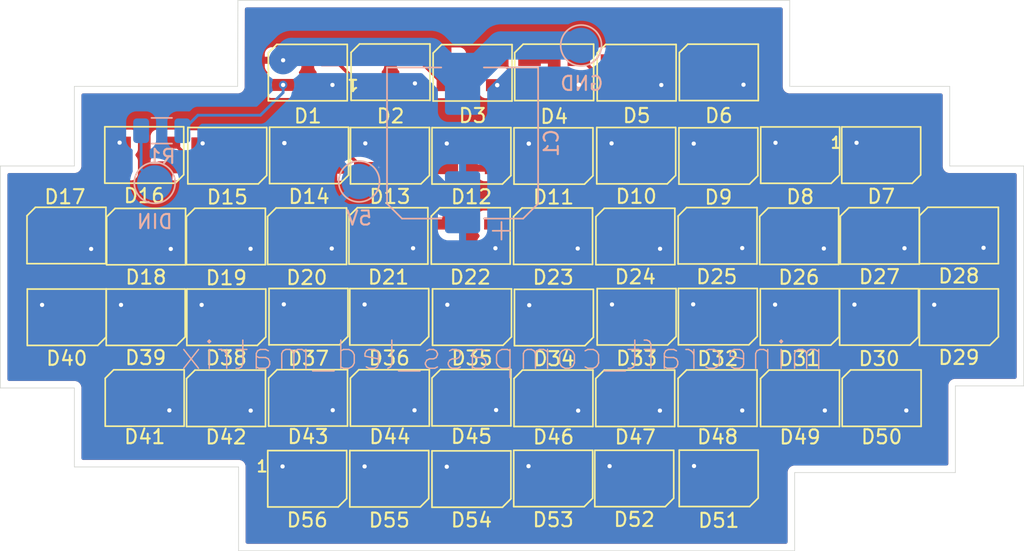
<source format=kicad_pcb>
(kicad_pcb (version 20241229) (generator "pcbnew") (generator_version "9.0")
  (layers (0 "F.Cu" signal) (2 "B.Cu" signal) (13 "F.Paste" user) (15 "B.Paste" user) (5 "F.SilkS" user "F.Silkscreen") (7 "B.SilkS" user "B.Silkscreen") (1 "F.Mask" user) (3 "B.Mask" user) (25 "Edge.Cuts" user))
  (net 0 "")
  (net 1 "+5V")
  (net 2 "Net-(D1-DIN)")
  (net 3 "GND")
  (net 4 "Net-(D7-DOUT)")
  (net 5 "Net-(D1-DOUT)")
  (net 6 "Net-(D2-DOUT)")
  (net 7 "Net-(D3-DOUT)")
  (net 8 "Net-(D5-DOUT)")
  (net 9 "Net-(D6-DOUT)")
  (net 10 "Net-(D4-DOUT)")
  (net 11 "Net-(D21-DOUT)")
  (net 12 "Net-(D16-DOUT)")
  (net 13 "Net-(D20-DOUT)")
  (net 14 "Net-(D15-DOUT)")
  (net 15 "Net-(D14-DOUT)")
  (net 16 "Net-(D17-DOUT)")
  (net 17 "Net-(D22-DOUT)")
  (net 18 "Net-(D23-DOUT)")
  (net 19 "Net-(D24-DOUT)")
  (net 20 "Net-(D25-DOUT)")
  (net 21 "Net-(D26-DOUT)")
  (net 22 "Net-(D11-DOUT)")
  (net 23 "Net-(D27-DOUT)")
  (net 24 "Net-(D28-DOUT)")
  (net 25 "Net-(D10-DOUT)")
  (net 26 "Net-(D8-DOUT)")
  (net 27 "Net-(D10-DIN)")
  (net 28 "Net-(D19-DOUT)")
  (net 29 "Net-(D13-DOUT)")
  (net 30 "Net-(D12-DOUT)")
  (net 31 "Net-(D18-DOUT)")
  (net 32 "Net-(D37-DOUT)")
  (net 33 "Net-(D41-DOUT)")
  (net 34 "Net-(D47-DOUT)")
  (net 35 "Net-(D38-DOUT)")
  (net 36 "Net-(D35-DOUT)")
  (net 37 "Net-(D39-DOUT)")
  (net 38 "Net-(D33-DOUT)")
  (net 39 "Net-(D34-DOUT)")
  (net 40 "Net-(D40-DOUT)")
  (net 41 "Net-(D45-DOUT)")
  (net 42 "Net-(D44-DOUT)")
  (net 43 "Net-(D43-DOUT)")
  (net 44 "Net-(D48-DOUT)")
  (net 45 "Net-(D36-DOUT)")
  (net 46 "Net-(D49-DOUT)")
  (net 47 "Net-(D32-DOUT)")
  (net 48 "Net-(D42-DOUT)")
  (net 49 "Net-(D30-DOUT)")
  (net 50 "Net-(D50-DOUT)")
  (net 51 "Net-(D31-DOUT)")
  (net 52 "Net-(D29-DOUT)")
  (net 53 "Net-(D46-DOUT)")
  (net 54 "Net-(D52-DOUT)")
  (net 55 "Net-(D53-DOUT)")
  (net 56 "Net-(D55-DOUT)")
  (net 57 "Net-(D51-DOUT)")
  (net 58 "Net-(D54-DOUT)")
  (net 60 "Net-(R1-Pad1)")
  (footprint "LED_SMD:LED_SK6812MINI_PLCC4_3.5x3.5mm_P1.75mm" (layer "F.Cu") (at 139.57 81.35)
    (property "Reference" "D34")
    (property "Value" "WS2812B-Mini" (hide yes))
  )
  (footprint "LED_SMD:LED_SK6812MINI_PLCC4_3.5x3.5mm_P1.75mm" (layer "F.Cu") (at 133.67 75.56 180)
    (property "Reference" "D22")
    (property "Value" "WS2812B-Mini" (hide yes))
  )
  (footprint "LED_SMD:LED_SK6812MINI_PLCC4_3.5x3.5mm_P1.75mm" (layer "F.Cu") (at 145.44 63.98 180)
    (property "Reference" "D5")
    (property "Value" "WS2812B-Mini" (hide yes))
  )
  (footprint "LED_SMD:LED_SK6812MINI_PLCC4_3.5x3.5mm_P1.75mm" (layer "F.Cu") (at 127.98 63.945 180)
    (property "Reference" "D2")
    (property "Value" "WS2812B-Mini" (hide yes))
  )
  (footprint "LED_SMD:LED_SK6812MINI_PLCC4_3.5x3.5mm_P1.75mm" (layer "F.Cu") (at 110.51 69.82)
    (property "Reference" "D16")
    (property "Value" "WS2812B-Mini" (hide yes))
  )
  (footprint "LED_SMD:LED_SK6812MINI_PLCC4_3.5x3.5mm_P1.75mm" (layer "F.Cu") (at 122.06 75.58 180)
    (property "Reference" "D20")
    (property "Value" "WS2812B-Mini" (hide yes))
  )
  (footprint "LED_SMD:LED_SK6812MINI_PLCC4_3.5x3.5mm_P1.75mm" (layer "F.Cu") (at 157.04 69.83)
    (property "Reference" "D8")
    (property "Value" "WS2812B-Mini" (hide yes))
  )
  (footprint "LED_SMD:LED_SK6812MINI_PLCC4_3.5x3.5mm_P1.75mm" (layer "F.Cu") (at 133.72 69.88)
    (property "Reference" "D12")
    (property "Value" "WS2812B-Mini" (hide yes))
  )
  (footprint "LED_SMD:LED_SK6812MINI_PLCC4_3.5x3.5mm_P1.75mm" (layer "F.Cu") (at 104.99 75.53 180)
    (property "Reference" "D17")
    (property "Value" "WS2812B-Mini" (hide yes))
  )
  (footprint "LED_SMD:LED_SK6812MINI_PLCC4_3.5x3.5mm_P1.75mm" (layer "F.Cu") (at 139.59 63.96 180)
    (property "Reference" "D4")
    (property "Value" "WS2812B-Mini" (hide yes))
  )
  (footprint "LED_SMD:LED_SK6812MINI_PLCC4_3.5x3.5mm_P1.75mm" (layer "F.Cu") (at 110.61 81.33)
    (property "Reference" "D39")
    (property "Value" "WS2812B-Mini" (hide yes))
  )
  (footprint "LED_SMD:LED_SK6812MINI_PLCC4_3.5x3.5mm_P1.75mm" (layer "F.Cu") (at 127.89 81.3)
    (property "Reference" "D36")
    (property "Value" "WS2812B-Mini" (hide yes))
  )
  (footprint "LED_SMD:LED_SK6812MINI_PLCC4_3.5x3.5mm_P1.75mm" (layer "F.Cu") (at 105.01 81.33)
    (property "Reference" "D40")
    (property "Value" "WS2812B-Mini" (hide yes))
  )
  (footprint "LED_SMD:LED_SK6812MINI_PLCC4_3.5x3.5mm_P1.75mm" (layer "F.Cu") (at 139.52 92.77)
    (property "Reference" "D53")
    (property "Value" "WS2812B-Mini" (hide yes))
  )
  (footprint "LED_SMD:LED_SK6812MINI_PLCC4_3.5x3.5mm_P1.75mm" (layer "F.Cu") (at 162.64 81.31)
    (property "Reference" "D30")
    (property "Value" "WS2812B-Mini" (hide yes))
  )
  (footprint "LED_SMD:LED_SK6812MINI_PLCC4_3.5x3.5mm_P1.75mm" (layer "F.Cu") (at 151.2 81.29)
    (property "Reference" "D32")
    (property "Value" "WS2812B-Mini" (hide yes))
  )
  (footprint "LED_SMD:LED_SK6812MINI_PLCC4_3.5x3.5mm_P1.75mm" (layer "F.Cu") (at 151.18 75.55 180)
    (property "Reference" "D25")
    (property "Value" "WS2812B-Mini" (hide yes))
  )
  (footprint "LED_SMD:LED_SK6812MINI_PLCC4_3.5x3.5mm_P1.75mm" (layer "F.Cu") (at 122.13 87.05 180)
    (property "Reference" "D43")
    (property "Value" "WS2812B-Mini" (hide yes))
  )
  (footprint "LED_SMD:LED_SK6812MINI_PLCC4_3.5x3.5mm_P1.75mm" (layer "F.Cu") (at 116.33 81.33)
    (property "Reference" "D38")
    (property "Value" "WS2812B-Mini" (hide yes))
  )
  (footprint "LED_SMD:LED_SK6812MINI_PLCC4_3.5x3.5mm_P1.75mm" (layer "F.Cu") (at 145.35 75.6 180)
    (property "Reference" "D24")
    (property "Value" "WS2812B-Mini" (hide yes))
  )
  (footprint "LED_SMD:LED_SK6812MINI_PLCC4_3.5x3.5mm_P1.75mm" (layer "F.Cu") (at 157.03 87.08 180)
    (property "Reference" "D49")
    (property "Value" "WS2812B-Mini" (hide yes))
  )
  (footprint "LED_SMD:LED_SK6812MINI_PLCC4_3.5x3.5mm_P1.75mm" (layer "F.Cu") (at 122.16 81.29)
    (property "Reference" "D37")
    (property "Value" "WS2812B-Mini" (hide yes))
  )
  (footprint "LED_SMD:LED_SK6812MINI_PLCC4_3.5x3.5mm_P1.75mm" (layer "F.Cu") (at 157.01 81.31)
    (property "Reference" "D31")
    (property "Value" "WS2812B-Mini" (hide yes))
  )
  (footprint "LED_SMD:LED_SK6812MINI_PLCC4_3.5x3.5mm_P1.75mm" (layer "F.Cu") (at 133.72 87.04 180)
    (property "Reference" "D45")
    (property "Value" "WS2812B-Mini" (hide yes))
  )
  (footprint "LED_SMD:LED_SK6812MINI_PLCC4_3.5x3.5mm_P1.75mm" (layer "F.Cu") (at 139.54 69.89)
    (property "Reference" "D11")
    (property "Value" "WS2812B-Mini" (hide yes))
  )
  (footprint "LED_SMD:LED_SK6812MINI_PLCC4_3.5x3.5mm_P1.75mm" (layer "F.Cu") (at 156.97 75.58 180)
    (property "Reference" "D26")
    (property "Value" "WS2812B-Mini" (hide yes))
  )
  (footprint "LED_SMD:LED_SK6812MINI_PLCC4_3.5x3.5mm_P1.75mm" (layer "F.Cu") (at 151.24 69.89)
    (property "Reference" "D9")
    (property "Value" "WS2812B-Mini" (hide yes))
  )
  (footprint "LED_SMD:LED_SK6812MINI_PLCC4_3.5x3.5mm_P1.75mm" (layer "F.Cu") (at 122.11 63.975 180)
    (property "Reference" "D1")
    (property "Value" "WS2812B-Mini" (hide yes))
  )
  (footprint "LED_SMD:LED_SK6812MINI_PLCC4_3.5x3.5mm_P1.75mm" (layer "F.Cu") (at 151.18 87.07 180)
    (property "Reference" "D48")
    (property "Value" "WS2812B-Mini" (hide yes))
  )
  (footprint "LED_SMD:LED_SK6812MINI_PLCC4_3.5x3.5mm_P1.75mm" (layer "F.Cu") (at 127.89 92.79)
    (property "Reference" "D55")
    (property "Value" "WS2812B-Mini" (hide yes))
  )
  (footprint "LED_SMD:LED_SK6812MINI_PLCC4_3.5x3.5mm_P1.75mm" (layer "F.Cu") (at 145.41 69.87)
    (property "Reference" "D10")
    (property "Value" "WS2812B-Mini" (hide yes))
  )
  (footprint "LED_SMD:LED_SK6812MINI_PLCC4_3.5x3.5mm_P1.75mm" (layer "F.Cu") (at 145.44 81.3)
    (property "Reference" "D33")
    (property "Value" "WS2812B-Mini" (hide yes))
  )
  (footprint "LED_SMD:LED_SK6812MINI_PLCC4_3.5x3.5mm_P1.75mm" (layer "F.Cu") (at 116.3 75.6 180)
    (property "Reference" "D19")
    (property "Value" "WS2812B-Mini" (hide yes))
  )
  (footprint "LED_SMD:LED_SK6812MINI_PLCC4_3.5x3.5mm_P1.75mm" (layer "F.Cu") (at 122.07 92.79)
    (property "Reference" "D56")
    (property "Value" "WS2812B-Mini" (hide yes))
  )
  (footprint "LED_SMD:LED_SK6812MINI_PLCC4_3.5x3.5mm_P1.75mm" (layer "F.Cu") (at 145.34 87.08 180)
    (property "Reference" "D47")
    (property "Value" "WS2812B-Mini" (hide yes))
  )
  (footprint "LED_SMD:LED_SK6812MINI_PLCC4_3.5x3.5mm_P1.75mm" (layer "F.Cu") (at 145.27 92.77)
    (property "Reference" "D52")
    (property "Value" "WS2812B-Mini" (hide yes))
  )
  (footprint "LED_SMD:LED_SK6812MINI_PLCC4_3.5x3.5mm_P1.75mm" (layer "F.Cu") (at 168.3 75.53 180)
    (property "Reference" "D28")
    (property "Value" "WS2812B-Mini" (hide yes))
  )
  (footprint "LED_SMD:LED_SK6812MINI_PLCC4_3.5x3.5mm_P1.75mm" (layer "F.Cu") (at 116.31 87.08 180)
    (property "Reference" "D42")
    (property "Value" "WS2812B-Mini" (hide yes))
  )
  (footprint "LED_SMD:LED_SK6812MINI_PLCC4_3.5x3.5mm_P1.75mm" (layer "F.Cu") (at 133.72 92.81)
    (property "Reference" "D54")
    (property "Value" "WS2812B-Mini" (hide yes))
  )
  (footprint "LED_SMD:LED_SK6812MINI_PLCC4_3.5x3.5mm_P1.75mm" (layer "F.Cu") (at 127.93 87.055 180)
    (property "Reference" "D44")
    (property "Value" "WS2812B-Mini" (hide yes))
  )
  (footprint "LED_SMD:LED_SK6812MINI_PLCC4_3.5x3.5mm_P1.75mm" (layer "F.Cu") (at 133.8 63.99 180)
    (property "Reference" "D3")
    (property "Value" "WS2812B-Mini" (hide yes))
  )
  (footprint "LED_SMD:LED_SK6812MINI_PLCC4_3.5x3.5mm_P1.75mm" (layer "F.Cu") (at 110.64 75.61 180)
    (property "Reference" "D18")
    (property "Value" "WS2812B-Mini" (hide yes))
  )
  (footprint "LED_SMD:LED_SK6812MINI_PLCC4_3.5x3.5mm_P1.75mm" (layer "F.Cu") (at 151.27 63.96 180)
    (property "Reference" "D6")
    (property "Value" "WS2812B-Mini" (hide yes))
  )
  (footprint "LED_SMD:LED_SK6812MINI_PLCC4_3.5x3.5mm_P1.75mm" (layer "F.Cu") (at 127.83 75.56 180)
    (property "Reference" "D21")
    (property "Value" "WS2812B-Mini" (hide yes))
  )
  (footprint "LED_SMD:LED_SK6812MINI_PLCC4_3.5x3.5mm_P1.75mm" (layer "F.Cu") (at 127.94 69.87)
    (property "Reference" "D13")
    (property "Value" "WS2812B-Mini" (hide yes))
  )
  (footprint "LED_SMD:LED_SK6812MINI_PLCC4_3.5x3.5mm_P1.75mm" (layer "F.Cu") (at 162.82 87.07 180)
    (property "Reference" "D50")
    (property "Value" "WS2812B-Mini" (hide yes))
  )
  (footprint "LED_SMD:LED_SK6812MINI_PLCC4_3.5x3.5mm_P1.75mm" (layer "F.Cu") (at 139.51 75.58 180)
    (property "Reference" "D23")
    (property "Value" "WS2812B-Mini" (hide yes))
  )
  (footprint "LED_SMD:LED_SK6812MINI_PLCC4_3.5x3.5mm_P1.75mm" (layer "F.Cu") (at 116.4 69.87)
    (property "Reference" "D15")
    (property "Value" "WS2812B-Mini" (hide yes))
  )
  (footprint "LED_SMD:LED_SK6812MINI_PLCC4_3.5x3.5mm_P1.75mm" (layer "F.Cu") (at 133.76 81.32)
    (property "Reference" "D35")
    (property "Value" "WS2812B-Mini" (hide yes))
  )
  (footprint "LED_SMD:LED_SK6812MINI_PLCC4_3.5x3.5mm_P1.75mm" (layer "F.Cu") (at 162.79 69.83)
    (property "Reference" "D7")
    (property "Value" "WS2812B-Mini" (hide yes))
  )
  (footprint "LED_SMD:LED_SK6812MINI_PLCC4_3.5x3.5mm_P1.75mm" (layer "F.Cu") (at 162.69 75.56 180)
    (property "Reference" "D27")
    (property "Value" "WS2812B-Mini" (hide yes))
  )
  (footprint "LED_SMD:LED_SK6812MINI_PLCC4_3.5x3.5mm_P1.75mm" (layer "F.Cu") (at 122.2 69.85)
    (property "Reference" "D14")
    (property "Value" "WS2812B-Mini" (hide yes))
  )
  (footprint "LED_SMD:LED_SK6812MINI_PLCC4_3.5x3.5mm_P1.75mm" (layer "F.Cu") (at 168.3 81.32)
    (property "Reference" "D29")
    (property "Value" "WS2812B-Mini" (hide yes))
  )
  (footprint "LED_SMD:LED_SK6812MINI_PLCC4_3.5x3.5mm_P1.75mm" (layer "F.Cu") (at 110.54 87.06 180)
    (property "Reference" "D41")
    (property "Value" "WS2812B-Mini" (hide yes))
  )
  (footprint "LED_SMD:LED_SK6812MINI_PLCC4_3.5x3.5mm_P1.75mm" (layer "F.Cu") (at 151.26 92.76)
    (property "Reference" "D51")
    (property "Value" "WS2812B-Mini" (hide yes))
  )
  (footprint "LED_SMD:LED_SK6812MINI_PLCC4_3.5x3.5mm_P1.75mm" (layer "F.Cu") (at 139.54 87.08 180)
    (property "Reference" "D46")
    (property "Value" "WS2812B-Mini" (hide yes))
  )
  (footprint "TestPoint:TestPoint_Pad_D2.5mm" (layer "B.Cu") (at 141.5 62.05 -90)
    (property "Reference" "TP2" (hide yes))
    (property "Value" "GND")
  )
  (footprint "TestPoint:TestPoint_Pad_D2.5mm" (layer "B.Cu") (at 111.25 71.8 -90)
    (property "Reference" "TP3" (hide yes))
    (property "Value" "DIN")
  )
  (footprint "TestPoint:TestPoint_Pad_D2.5mm" (layer "B.Cu") (at 125.75 71.7 -90)
    (property "Reference" "TP1" (hide yes))
    (property "Value" "5V")
  )
  (footprint "Capacitor_SMD:CP_Elec_10x10.5" (layer "B.Cu") (at 133.09 68.9725 90)
    (property "Reference" "C1")
    (property "Value" "1000uF")
  )
  (footprint "Resistor_SMD:R_1206_3216Metric" (layer "B.Cu") (at 111.75 68.1)
    (property "Reference" "R1")
    (property "Value" "420R")
  )
  (gr_line (start 100.3 70.6) (end 105.55 70.6) (stroke (width 0.05)) (layer "Edge.Cuts"))
  (gr_line (start 167.65 70.6) (end 172.9 70.6) (stroke (width 0.05)) (layer "Edge.Cuts"))
  (gr_line (start 105.55 86.35) (end 100.3 86.35) (stroke (width 0.05)) (layer "Edge.Cuts"))
  (gr_line (start 156.3 58.85) (end 156.3 64.95) (stroke (width 0.05)) (layer "Edge.Cuts"))
  (gr_line (start 117.2 97.9) (end 117.2 91.95) (stroke (width 0.05)) (layer "Edge.Cuts"))
  (gr_line (start 100.3 86.35) (end 100.3 70.6) (stroke (width 0.05)) (layer "Edge.Cuts"))
  (gr_line (start 105.55 70.6) (end 105.55 64.95) (stroke (width 0.05)) (layer "Edge.Cuts"))
  (gr_line (start 168.05 92.35) (end 156.65 92.35) (stroke (width 0.05)) (layer "Edge.Cuts"))
  (gr_line (start 167.65 64.95) (end 167.65 70.6) (stroke (width 0.05)) (layer "Edge.Cuts"))
  (gr_line (start 105.55 64.95) (end 117.134478 64.95) (stroke (width 0.05)) (layer "Edge.Cuts"))
  (gr_line (start 105.55 91.95) (end 105.55 86.35) (stroke (width 0.05)) (layer "Edge.Cuts"))
  (gr_line (start 156.65 97.9) (end 117.2 97.9) (stroke (width 0.05)) (layer "Edge.Cuts"))
  (gr_line (start 168.05 86.2) (end 168.05 92.35) (stroke (width 0.05)) (layer "Edge.Cuts"))
  (gr_line (start 118.5 58.85) (end 156.3 58.85) (stroke (width 0.05)) (layer "Edge.Cuts"))
  (gr_line (start 156.3 64.95) (end 167.65 64.95) (stroke (width 0.05)) (layer "Edge.Cuts"))
  (gr_line (start 117.134478 64.95) (end 117.15 58.85) (stroke (width 0.05)) (layer "Edge.Cuts"))
  (gr_line (start 117.15 58.85) (end 118.5 58.85) (stroke (width 0.05)) (layer "Edge.Cuts"))
  (gr_line (start 117.2 91.95) (end 105.55 91.95) (stroke (width 0.05)) (layer "Edge.Cuts"))
  (gr_line (start 156.65 92.35) (end 156.65 97.9) (stroke (width 0.05)) (layer "Edge.Cuts"))
  (gr_line (start 172.9 70.6) (end 172.9 86.2) (stroke (width 0.05)) (layer "Edge.Cuts"))
  (gr_line (start 172.9 86.2) (end 168.05 86.2) (stroke (width 0.05)) (layer "Edge.Cuts"))
  (gr_text "minecraft_compass_led_matrix" (at 158.9 85.2 0) (layer "B.SilkS") (effects (font (size 2 2) (thickness 0.1)) (justify left bottom mirror)))
  (segment (start 126.185 68.995) (end 126.19 68.995) (width 0.25) (layer "F.Cu") (net 1))
  (segment (start 129.73 64.76) (end 129.71 64.74) (width 0.25) (layer "F.Cu") (net 1))
  (segment (start 126.17 69.02) (end 126.17 69.01) (width 0.25) (layer "F.Cu") (net 1))
  (segment (start 129.73 64.82) (end 129.73 64.76) (width 0.25) (layer "F.Cu") (net 1))
  (segment (start 126.17 69.01) (end 126.185 68.995) (width 0.25) (layer "F.Cu") (net 1))
  (via (at 161.04 68.955) (size 0.6) (drill 0.3) (layers "F.Cu" "B.Cu") (net 1))
  (via (at 114.58 80.455) (size 0.6) (drill 0.3) (layers "F.Cu" "B.Cu") (net 1))
  (via (at 155.29 68.955) (size 0.6) (drill 0.3) (layers "F.Cu" "B.Cu") (net 1))
  (via (at 108.86 80.455) (size 0.6) (drill 0.3) (layers "F.Cu" "B.Cu") (net 1))
  (via (at 149.51 91.885) (size 0.6) (drill 0.3) (layers "F.Cu" "B.Cu") (net 1))
  (via (at 131.97 69.005) (size 0.6) (drill 0.3) (layers "F.Cu" "B.Cu") (net 1))
  (via (at 164.57 87.945) (size 0.6) (drill 0.3) (layers "F.Cu" "B.Cu") (net 1))
  (via (at 112.39 76.485) (size 0.6) (drill 0.3) (layers "F.Cu" "B.Cu") (net 1))
  (via (at 120.32 91.915) (size 0.6) (drill 0.3) (layers "F.Cu" "B.Cu") (net 1))
  (via (at 118.06 87.955) (size 0.6) (drill 0.3) (layers "F.Cu" "B.Cu") (net 1))
  (via (at 166.55 80.445) (size 0.6) (drill 0.3) (layers "F.Cu" "B.Cu") (net 1))
  (via (at 126.19 68.995) (size 0.6) (drill 0.3) (layers "F.Cu" "B.Cu") (net 1))
  (via (at 153.02 64.835) (size 0.6) (drill 0.3) (layers "F.Cu" "B.Cu") (net 1))
  (via (at 123.86 64.85) (size 0.6) (drill 0.3) (layers "F.Cu" "B.Cu") (net 1))
  (via (at 137.82 80.475) (size 0.6) (drill 0.3) (layers "F.Cu" "B.Cu") (net 1))
  (via (at 108.76 68.945) (size 0.6) (drill 0.3) (layers "F.Cu" "B.Cu") (net 1))
  (via (at 114.65 68.995) (size 0.6) (drill 0.3) (layers "F.Cu" "B.Cu") (net 1))
  (via (at 143.52 91.895) (size 0.6) (drill 0.3) (layers "F.Cu" "B.Cu") (net 1))
  (via (at 135.42 76.435) (size 0.6) (drill 0.3) (layers "F.Cu" "B.Cu") (net 1))
  (via (at 129.68 87.93) (size 0.6) (drill 0.3) (layers "F.Cu" "B.Cu") (net 1))
  (via (at 155.26 80.435) (size 0.6) (drill 0.3) (layers "F.Cu" "B.Cu") (net 1))
  (via (at 129.71 64.74) (size 0.6) (drill 0.3) (layers "F.Cu" "B.Cu") (net 1))
  (via (at 149.45 80.415) (size 0.6) (drill 0.3) (layers "F.Cu" "B.Cu") (net 1))
  (via (at 126.14 80.425) (size 0.6) (drill 0.3) (layers "F.Cu" "B.Cu") (net 1))
  (via (at 170.05 76.405) (size 0.6) (drill 0.3) (layers "F.Cu" "B.Cu") (net 1))
  (via (at 135.55 64.865) (size 0.6) (drill 0.3) (layers "F.Cu" "B.Cu") (net 1))
  (via (at 120.45 68.975) (size 0.6) (drill 0.3) (layers "F.Cu" "B.Cu") (net 1))
  (via (at 143.66 68.995) (size 0.6) (drill 0.3) (layers "F.Cu" "B.Cu") (net 1))
  (via (at 123.88 87.925) (size 0.6) (drill 0.3) (layers "F.Cu" "B.Cu") (net 1))
  (via (at 123.81 76.455) (size 0.6) (drill 0.3) (layers "F.Cu" "B.Cu") (net 1))
  (via (at 158.79 87.945) (size 0.6) (drill 0.3) (layers "F.Cu" "B.Cu") (net 1))
  (via (at 137.77 91.895) (size 0.6) (drill 0.3) (layers "F.Cu" "B.Cu") (net 1))
  (via (at 158.72 76.455) (size 0.6) (drill 0.3) (layers "F.Cu" "B.Cu") (net 1))
  (via (at 147.09 87.955) (size 0.6) (drill 0.3) (layers "F.Cu" "B.Cu") (net 1))
  (via (at 135.47 87.915) (size 0.6) (drill 0.3) (layers "F.Cu" "B.Cu") (net 1))
  (via (at 129.58 76.435) (size 0.6) (drill 0.3) (layers "F.Cu" "B.Cu") (net 1))
  (via (at 120.41 80.415) (size 0.6) (drill 0.3) (layers "F.Cu" "B.Cu") (net 1))
  (via (at 132.01 80.445) (size 0.6) (drill 0.3) (layers "F.Cu" "B.Cu") (net 1))
  (via (at 147.1 76.475) (size 0.6) (drill 0.3) (layers "F.Cu" "B.Cu") (net 1))
  (via (at 141.34 64.835) (size 0.6) (drill 0.3) (layers "F.Cu" "B.Cu") (net 1))
  (via (at 137.79 69.015) (size 0.6) (drill 0.3) (layers "F.Cu" "B.Cu") (net 1))
  (via (at 131.97 91.935) (size 0.6) (drill 0.3) (layers "F.Cu" "B.Cu") (net 1))
  (via (at 106.74 76.485) (size 0.6) (drill 0.3) (layers "F.Cu" "B.Cu") (net 1))
  (via (at 137.79 69.015) (size 0.6) (drill 0.3) (layers "F.Cu" "B.Cu") (net 1))
  (via (at 135.55 64.865) (size 0.6) (drill 0.3) (layers "F.Cu" "B.Cu") (net 1))
  (via (at 126.14 91.915) (size 0.6) (drill 0.3) (layers "F.Cu" "B.Cu") (net 1))
  (via (at 120.45 68.975) (size 0.6) (drill 0.3) (layers "F.Cu" "B.Cu") (net 1))
  (via (at 152.93 76.425) (size 0.6) (drill 0.3) (layers "F.Cu" "B.Cu") (net 1))
  (via (at 141.26 76.455) (size 0.6) (drill 0.3) (layers "F.Cu" "B.Cu") (net 1))
  (via (at 118.05 76.475) (size 0.6) (drill 0.3) (layers "F.Cu" "B.Cu") (net 1))
  (via (at 112.29 87.935) (size 0.6) (drill 0.3) (layers "F.Cu" "B.Cu") (net 1))
  (via (at 149.49 69.015) (size 0.6) (drill 0.3) (layers "F.Cu" "B.Cu") (net 1))
  (via (at 152.93 87.945) (size 0.6) (drill 0.3) (layers "F.Cu" "B.Cu") (net 1))
  (via (at 103.26 80.455) (size 0.6) (drill 0.3) (layers "F.Cu" "B.Cu") (net 1))
  (via (at 164.44 76.435) (size 0.6) (drill 0.3) (layers "F.Cu" "B.Cu") (net 1))
  (via (at 143.69 80.425) (size 0.6) (drill 0.3) (layers "F.Cu" "B.Cu") (net 1))
  (via (at 147.19 64.855) (size 0.6) (drill 0.3) (layers "F.Cu" "B.Cu") (net 1))
  (via (at 160.89 80.435) (size 0.6) (drill 0.3) (layers "F.Cu" "B.Cu") (net 1))
  (via (at 141.29 87.955) (size 0.6) (drill 0.3) (layers "F.Cu" "B.Cu") (net 1))
  (segment (start 132 68.98) (end 131.975 69.005) (width 0.25) (layer "B.Cu") (net 1))
  (segment (start 126.19 67.4535) (end 126.19 68.995) (width 0.25) (layer "B.Cu") (net 1))
  (segment (start 143.67 79.58) (end 149.38 79.58) (width 0.25) (layer "B.Cu") (net 1))
  (segment (start 108.91 79.58) (end 114.67 79.58) (width 0.25) (layer "B.Cu") (net 1))
  (segment (start 153.02 64.835) (end 153.02 66.685) (width 0.25) (layer "B.Cu") (net 1))
  (segment (start 114.67 79.58) (end 114.67 80.365) (width 0.25) (layer "B.Cu") (net 1))
  (segment (start 164.57 82.425) (end 164.57 87.945) (width 0.25) (layer "B.Cu") (net 1))
  (segment (start 158.79 87.945) (end 153.45 87.945) (width 0.25) (layer "B.Cu") (net 1))
  (segment (start 132.04 79.58) (end 132.04 80.415) (width 0.25) (layer "B.Cu") (net 1))
  (segment (start 114.7 73.42) (end 112.39 75.73) (width 0.25) (layer "B.Cu") (net 1))
  (segment (start 147.04675 64.71175) (end 147.19 64.855) (width 0.2) (layer "B.Cu") (net 1))
  (segment (start 123.86 65.565) (end 120.45 68.975) (width 0.25) (layer "B.Cu") (net 1))
  (segment (start 108.76 74.465) (end 106.74 76.485) (width 0.2) (layer "B.Cu") (net 1))
  (segment (start 118.12 73.42) (end 118.12 76.405) (width 0.25) (layer "B.Cu") (net 1))
  (segment (start 147.09 87.955) (end 152.92 87.955) (width 0.25) (layer "B.Cu") (net 1))
  (segment (start 126.16 91.935) (end 126.14 91.915) (width 0.25) (layer "B.Cu") (net 1))
  (segment (start 158.74 73.42) (end 158.74 76.435) (width 0.25) (layer "B.Cu") (net 1))
  (segment (start 164.43 73.42) (end 169.72 73.42) (width 0.25) (layer "B.Cu") (net 1))
  (segment (start 143.67 80.405) (end 143.69 80.425) (width 0.25) (layer "B.Cu") (net 1))
  (segment (start 152.92 73.42) (end 152.92 76.415) (width 0.25) (layer "B.Cu") (net 1))
  (segment (start 123.86 65.1235) (end 126.19 67.4535) (width 0.25) (layer "B.Cu") (net 1))
  (segment (start 108.76 68.945) (end 108.76 74.465) (width 0.2) (layer "B.Cu") (net 1))
  (segment (start 137.86 80.435) (end 137.82 80.475) (width 0.25) (layer "B.Cu") (net 1))
  (segment (start 120.32 91.915) (end 120.32 90.215) (width 0.25) (layer "B.Cu") (net 1))
  (segment (start 112.31 87.955) (end 112.29 87.935) (width 0.25) (layer "B.Cu") (net 1))
  (segment (start 114.67 79.58) (end 120.4 79.58) (width 0.25) (layer "B.Cu") (net 1))
  (segment (start 166.55 80.445) (end 164.57 82.425) (width 0.25) (layer "B.Cu") (net 1))
  (segment (start 112.39 75.73) (end 112.39 76.485) (width 0.25) (layer "B.Cu") (net 1))
  (segment (start 120.45 68.975) (end 114.67 68.975) (width 0.25) (layer "B.Cu") (net 1))
  (segment (start 152.92 76.415) (end 152.93 76.425) (width 0.25) (layer "B.Cu") (net 1))
  (segment (start 120.4 79.58) (end 120.4 80.405) (width 0.25) (layer "B.Cu") (net 1))
  (segment (start 123.85 87.955) (end 123.88 87.925) (width 0.25) (layer "B.Cu") (net 1))
  (segment (start 135.45 76.405) (end 135.42 76.435) (width 0.25) (layer "B.Cu") (net 1))
  (segment (start 169.72 73.42) (end 170.05 73.75) (width 0.25) (layer "B.Cu") (net 1))
  (segment (start 103.3 80.415) (end 103.26 80.455) (width 0.25) (layer "B.Cu") (net 1))
  (segment (start 129.71 65.64) (end 132 67.93) (width 0.25) (layer "B.Cu") (net 1))
  (segment (start 149.49 68.365) (end 153.02 64.835) (width 0.25) (layer "B.Cu") (net 1))
  (segment (start 106.74 76.485) (end 112.39 76.485) (width 0.25) (layer "B.Cu") (net 1))
  (segment (start 152.93 87.945) (end 153.45 87.945) (width 0.25) (layer "B.Cu") (net 1))
  (segment (start 155.16 79.58) (end 155.16 80.335) (width 0.25) (layer "B.Cu") (net 1))
  (segment (start 158.74 76.435) (end 158.72 76.455) (width 0.25) (layer "B.Cu") (net 1))
  (segment (start 141.29 87.955) (end 147.09 87.955) (width 0.25) (layer "B.Cu") (net 1))
  (segment (start 135.55 64.865) (end 135.55 66.775) (width 0.25) (layer "B.Cu") (net 1))
  (segment (start 143.66 68.995) (end 143.66 68.385) (width 0.25) (layer "B.Cu") (net 1))
  (segment (start 132.04 79.58) (end 137.86 79.58) (width 0.25) (layer "B.Cu") (net 1))
  (segment (start 137.79 68.385) (end 141.34 64.835) (width 0.25) (layer "B.Cu") (net 1))
  (segment (start 129.675 87.925) (end 129.68 87.93) (width 0.25) (layer "B.Cu") (net 1))
  (segment (start 133.09 73.1725) (end 131.909 73.1725) (width 2) (layer "B.Cu") (net 1))
  (segment (start 103.3 79.58) (end 108.91 79.58) (width 0.25) (layer "B.Cu") (net 1))
  (segment (start 149.51 91.885) (end 143.53 91.885) (width 0.25) (layer "B.Cu") (net 1))
  (segment (start 143.52 91.895) (end 137.77 91.895) (width 0.25) (layer "B.Cu") (net 1))
  (segment (start 118.06 87.955) (end 123.85 87.955) (width 0.25) (layer "B.Cu") (net 1))
  (segment (start 129.71 64.74) (end 129.71 65.64) (width 0.25) (layer "B.Cu") (net 1))
  (segment (start 164.43 73.42) (end 164.43 76.425) (width 0.25) (layer "B.Cu") (net 1))
  (segment (start 126.06 79.58) (end 132.04 79.58) (width 0.25) (layer "B.Cu") (net 1))
  (segment (start 131.97 91.935) (end 126.16 91.935) (width 0.25) (layer "B.Cu") (net 1))
  (segment (start 137.86 79.58) (end 137.86 80.435) (width 0.25) (layer "B.Cu") (net 1))
  (segment (start 143.67 79.58) (end 143.67 80.405) (width 0.25) (layer "B.Cu") (net 1))
  (segment (start 114.67 80.365) (end 114.58 80.455) (width 0.25) (layer "B.Cu") (net 1))
  (segment (start 123.86 64.85) (end 123.86 65.1235) (width 1.5) (layer "B.Cu") (net 1))
  (segment (start 160.85 79.58) (end 165.685 79.58) (width 0.25) (layer "B.Cu") (net 1))
  (segment (start 135.45 73.42) (end 135.45 76.405) (width 0.25) (layer "B.Cu") (net 1))
  (segment (start 141.25 87.915) (end 141.29 87.955) (width 0.25) (layer "B.Cu") (net 1))
  (segment (start 123.83 73.42) (end 123.83 76.435) (width 0.25) (layer "B.Cu") (net 1))
  (segment (start 126.14 91.915) (end 120.32 91.915) (width 0.25) (layer "B.Cu") (net 1))
  (segment (start 141.34 64.835) (end 141.34 66.675) (width 0.25) (layer "B.Cu") (net 1))
  (segment (start 160.85 80.395) (end 160.89 80.435) (width 0.25) (layer "B.Cu") (net 1))
  (segment (start 164.57 87.945) (end 158.79 87.945) (width 0.25) (layer "B.Cu") (net 1))
  (segment (start 147.09 73.42) (end 152.92 73.42) (width 0.25) (layer "B.Cu") (net 1))
  (segment (start 137.86 79.58) (end 143.67 79.58) (width 0.25) (layer "B.Cu") (net 1))
  (segment (start 120.4 79.58) (end 126.06 79.58) (width 0.25) (layer "B.Cu") (net 1))
  (segment (start 114.7 73.42) (end 118.12 73.42) (width 0.25) (layer "B.Cu") (net 1))
  (segment (start 147.19 64.855) (end 147.19 66.715) (width 0.25) (layer "B.Cu") (net 1))
  (segment (start 137.79 69.015) (end 137.79 68.385) (width 0.25) (layer "B.Cu") (net 1))
  (segment (start 152.92 87.955) (end 152.93 87.945) (width 0.25) (layer "B.Cu") (net 1))
  (segment (start 165.685 79.58) (end 166.55 80.445) (width 0.25) (layer "B.Cu") (net 1))
  (segment (start 135.45 73.42) (end 141.28 73.42) (width 0.25) (layer "B.Cu") (net 1))
  (segment (start 131.909 73.1725) (end 123.86 65.1235) (width 2) (layer "B.Cu") (net 1))
  (segment (start 153.02 66.685) (end 155.29 68.955) (width 0.25) (layer "B.Cu") (net 1))
  (segment (start 106.805 76.55) (end 106.74 76.485) (width 0.25) (layer "B.Cu") (net 1))
  (segment (start 123.83 73.42) (end 129.63 73.42) (width 0.25) (layer "B.Cu") (net 1))
  (segment (start 149.38 79.58) (end 155.16 79.58) (width 0.25) (layer "B.Cu") (net 1))
  (segment (start 120.32 90.215) (end 118.06 87.955) (width 0.25) (layer "B.Cu") (net 1))
  (segment (start 132 67.93) (end 132 68.98) (width 0.25) (layer "B.Cu") (net 1))
  (segment (start 108.91 80.405) (end 108.86 80.455) (width 0.25) (layer "B.Cu") (net 1))
  (segment (start 120.4 80.405) (end 120.41 80.415) (width 0.25) (layer "B.Cu") (net 1))
  (segment (start 131.909 73.1725) (end 130.4365 71.7) (width 2) (layer "B.Cu") (net 1))
  (segment (start 103.645 79.58) (end 103.3 79.58) (width 0.25) (layer "B.Cu") (net 1))
  (segment (start 149.49 69.015) (end 149.49 68.365) (width 0.25) (layer "B.Cu") (net 1))
  (segment (start 131.97 69.005) (end 133.615 69.005) (width 0.25) (layer "B.Cu") (net 1))
  (segment (start 141.28 76.435) (end 141.26 76.455) (width 0.25) (layer "B.Cu") (net 1))
  (segment (start 133.615 69.005) (end 135.55 67.07) (width 0.25) (layer "B.Cu") (net 1))
  (segment (start 126.06 80.345) (end 126.14 80.425) (width 0.25) (layer "B.Cu") (net 1))
  (segment (start 135.55 67.07) (end 135.55 64.865) (width 0.25) (layer "B.Cu") (net 1))
  (segment (start 135.455 87.93) (end 135.47 87.915) (width 0.25) (layer "B.Cu") (net 1))
  (segment (start 123.88 87.925) (end 129.675 87.925) (width 0.25) (layer "B.Cu") (net 1))
  (segment (start 132.04 80.415) (end 132.01 80.445) (width 0.25) (layer "B.Cu") (net 1))
  (segment (start 141.34 66.675) (end 143.66 68.995) (width 0.25) (layer "B.Cu") (net 1))
  (segment (start 129.63 73.42) (end 129.63 76.385) (width 0.25) (layer "B.Cu") (net 1))
  (segment (start 143.53 91.885) (end 143.52 91.895) (width 0.25) (layer "B.Cu") (net 1))
  (segment (start 149.38 80.345) (end 149.45 80.415) (width 0.25) (layer "B.Cu") (net 1))
  (segment (start 149.38 79.58) (end 149.38 80.345) (width 0.25) (layer "B.Cu") (net 1))
  (segment (start 129.68 87.93) (end 135.455 87.93) (width 0.25) (layer "B.Cu") (net 1))
  (segment (start 160.85 79.58) (end 160.85 80.395) (width 0.25) (layer "B.Cu") (net 1))
  (segment (start 130.4365 71.7) (end 125.75 71.7) (width 2) (layer "B.Cu") (net 1))
  (segment (start 155.29 68.955) (end 161.04 68.955) (width 0.25) (layer "B.Cu") (net 1))
  (segment (start 103.3 79.58) (end 103.3 80.415) (width 0.25) (layer "B.Cu") (net 1))
  (segment (start 114.65 73.37) (end 114.7 73.42) (width 0.25) (layer "B.Cu") (net 1))
  (segment (start 114.65 68.995) (end 114.65 73.37) (width 0.25) (layer "B.Cu") (net 1))
  (segment (start 141.28 73.42) (end 141.28 76.435) (width 0.25) (layer "B.Cu") (net 1))
  (segment (start 106.74 76.485) (end 103.645 79.58) (width 0.25) (layer "B.Cu") (net 1))
  (segment (start 147.19 66.715) (end 149.49 69.015) (width 0.25) (layer "B.Cu") (net 1))
  (segment (start 152.92 73.42) (end 158.74 73.42) (width 0.25) (layer "B.Cu") (net 1))
  (segment (start 135.47 87.915) (end 141.25 87.915) (width 0.25) (layer "B.Cu") (net 1))
  (segment (start 147.04675 62.3) (end 147.04675 64.71175) (width 0.2) (layer "B.Cu") (net 1))
  (segment (start 108.91 79.58) (end 108.91 80.405) (width 0.25) (layer "B.Cu") (net 1))
  (segment (start 118.06 87.955) (end 112.31 87.955) (width 0.25) (layer "B.Cu") (net 1))
  (segment (start 129.63 76.385) (end 129.58 76.435) (width 0.25) (layer "B.Cu") (net 1))
  (segment (start 123.83 76.435) (end 123.81 76.455) (width 0.25) (layer "B.Cu") (net 1))
  (segment (start 153.45 87.945) (end 149.51 91.885) (width 0.25) (layer "B.Cu") (net 1))
  (segment (start 158.74 73.42) (end 164.43 73.42) (width 0.25) (layer "B.Cu") (net 1))
  (segment (start 135.55 66.775) (end 137.79 69.015) (width 0.25) (layer "B.Cu") (net 1))
  (segment (start 155.16 79.58) (end 160.85 79.58) (width 0.25) (layer "B.Cu") (net 1))
  (segment (start 129.63 73.42) (end 135.45 73.42) (width 0.25) (layer "B.Cu") (net 1))
  (segment (start 126.06 79.58) (end 126.06 80.345) (width 0.25) (layer "B.Cu") (net 1))
  (segment (start 143.66 68.385) (end 147.19 64.855) (width 0.25) (layer "B.Cu") (net 1))
  (segment (start 170.05 73.75) (end 170.05 76.405) (width 0.25) (layer "B.Cu") (net 1))
  (segment (start 147.09 73.42) (end 147.1 73.43) (width 0.25) (layer "B.Cu") (net 1))
  (segment (start 141.28 73.42) (end 147.09 73.42) (width 0.25) (layer "B.Cu") (net 1))
  (segment (start 118.12 73.42) (end 123.83 73.42) (width 0.25) (layer "B.Cu") (net 1))
  (segment (start 132.01 91.895) (end 131.97 91.935) (width 0.25) (layer "B.Cu") (net 1))
  (segment (start 114.67 68.975) (end 114.65 68.995) (width 0.25) (layer "B.Cu") (net 1))
  (segment (start 155.16 80.335) (end 155.26 80.435) (width 0.25) (layer "B.Cu") (net 1))
  (segment (start 118.12 76.405) (end 118.05 76.475) (width 0.25) (layer "B.Cu") (net 1))
  (segment (start 137.77 91.895) (end 132.01 91.895) (width 0.25) (layer "B.Cu") (net 1))
  (segment (start 131.975 69.005) (end 131.97 69.005) (width 0.25) (layer "B.Cu") (net 1))
  (segment (start 147.1 73.43) (end 147.1 76.475) (width 0.25) (layer "B.Cu") (net 1))
  (segment (start 164.43 76.425) (end 164.44 76.435) (width 0.25) (layer "B.Cu") (net 1))
  (via (at 120.36 64.85) (size 0.6) (drill 0.3) (layers "F.Cu" "B.Cu") (net 2))
  (segment (start 113.2125 68.1) (end 114.3125 67) (width 0.2) (layer "B.Cu") (net 2))
  (segment (start 114.3125 67) (end 118.75 67) (width 0.2) (layer "B.Cu") (net 2))
  (segment (start 120.36 65.39) (end 120.36 64.85) (width 0.2) (layer "B.Cu") (net 2))
  (segment (start 118.75 67) (end 120.36 65.39) (width 0.2) (layer "B.Cu") (net 2))
  (via (at 120.36 63.1) (size 0.6) (drill 0.3) (layers "F.Cu" "B.Cu") (net 3))
  (segment (start 133.09 64.7725) (end 130.8275 62.51) (width 2) (layer "B.Cu") (net 3))
  (segment (start 120.95 62.51) (end 120.36 63.1) (width 2) (layer "B.Cu") (net 3))
  (segment (start 133.09 64.7725) (end 135.8125 62.05) (width 2) (layer "B.Cu") (net 3))
  (segment (start 130.8275 62.51) (end 120.95 62.51) (width 2) (layer "B.Cu") (net 3))
  (segment (start 135.8125 62.05) (end 141.5 62.05) (width 2) (layer "B.Cu") (net 3))
  (segment (start 160.755 70.705) (end 161.04 70.705) (width 0.25) (layer "F.Cu") (net 4))
  (segment (start 158.79 68.955) (end 159.005 68.955) (width 0.25) (layer "F.Cu") (net 4))
  (segment (start 159.005 68.955) (end 160.755 70.705) (width 0.25) (layer "F.Cu") (net 4))
  (segment (start 125.77 64.82) (end 126.23 64.82) (width 0.25) (layer "F.Cu") (net 5))
  (segment (start 124.05 63.1) (end 125.77 64.82) (width 0.25) (layer "F.Cu") (net 5))
  (segment (start 123.86 63.1) (end 124.05 63.1) (width 0.25) (layer "F.Cu") (net 5))
  (segment (start 129.99 63.07) (end 131.785 64.865) (width 0.25) (layer "F.Cu") (net 6))
  (segment (start 129.73 63.07) (end 129.99 63.07) (width 0.25) (layer "F.Cu") (net 6))
  (segment (start 131.785 64.865) (end 132.05 64.865) (width 0.25) (layer "F.Cu") (net 6))
  (segment (start 135.795 63.115) (end 137.515 64.835) (width 0.25) (layer "F.Cu") (net 7))
  (segment (start 135.55 63.115) (end 135.795 63.115) (width 0.25) (layer "F.Cu") (net 7))
  (segment (start 137.515 64.835) (end 137.84 64.835) (width 0.25) (layer "F.Cu") (net 7))
  (segment (start 147.19 63.105) (end 147.505 63.105) (width 0.25) (layer "F.Cu") (net 8))
  (segment (start 149.235 64.835) (end 149.52 64.835) (width 0.25) (layer "F.Cu") (net 8))
  (segment (start 147.505 63.105) (end 149.235 64.835) (width 0.25) (layer "F.Cu") (net 8))
  (segment (start 165.604 67.584) (end 165.604 68.92) (width 0.25) (layer "F.Cu") (net 9))
  (segment (start 154.29 63.64) (end 154.29 66.75) (width 0.25) (layer "F.Cu") (net 9))
  (segment (start 165.604 68.92) (end 164.575 68.92) (width 0.25) (layer "F.Cu") (net 9))
  (segment (start 154.29 66.75) (end 154.65 67.11) (width 0.25) (layer "F.Cu") (net 9))
  (segment (start 154.65 67.11) (end 165.13 67.11) (width 0.25) (layer "F.Cu") (net 9))
  (segment (start 153.02 63.085) (end 153.735 63.085) (width 0.25) (layer "F.Cu") (net 9))
  (segment (start 165.13 67.11) (end 165.604 67.584) (width 0.25) (layer "F.Cu") (net 9))
  (segment (start 164.575 68.92) (end 164.54 68.955) (width 0.25) (layer "F.Cu") (net 9))
  (segment (start 153.735 63.085) (end 154.29 63.64) (width 0.25) (layer "F.Cu") (net 9))
  (segment (start 141.34 63.085) (end 141.615 63.085) (width 0.25) (layer "F.Cu") (net 10))
  (segment (start 143.385 64.855) (end 143.69 64.855) (width 0.25) (layer "F.Cu") (net 10))
  (segment (start 141.615 63.085) (end 143.385 64.855) (width 0.25) (layer "F.Cu") (net 10))
  (segment (start 131.655 76.435) (end 131.92 76.435) (width 0.25) (layer "F.Cu") (net 11))
  (segment (start 129.905 74.685) (end 131.655 76.435) (width 0.25) (layer "F.Cu") (net 11))
  (segment (start 129.58 74.685) (end 129.905 74.685) (width 0.25) (layer "F.Cu") (net 11))
  (segment (start 104.98 73.5) (end 104.98 76.16) (width 0.25) (layer "F.Cu") (net 12))
  (segment (start 104.98 76.16) (end 104.735 76.405) (width 0.25) (layer "F.Cu") (net 12))
  (segment (start 107.41 73.5) (end 104.98 73.5) (width 0.25) (layer "F.Cu") (net 12))
  (segment (start 108.76 70.695) (end 108.76 72.15) (width 0.25) (layer "F.Cu") (net 12))
  (segment (start 104.735 76.405) (end 103.24 76.405) (width 0.25) (layer "F.Cu") (net 12))
  (segment (start 108.76 72.15) (end 107.41 73.5) (width 0.25) (layer "F.Cu") (net 12))
  (segment (start 125.835 76.435) (end 126.08 76.435) (width 0.25) (layer "F.Cu") (net 13))
  (segment (start 123.81 74.705) (end 124.105 74.705) (width 0.25) (layer "F.Cu") (net 13))
  (segment (start 124.105 74.705) (end 125.835 76.435) (width 0.25) (layer "F.Cu") (net 13))
  (segment (start 112.26 68.945) (end 112.585 68.945) (width 0.25) (layer "F.Cu") (net 14))
  (segment (start 114.385 70.745) (end 114.65 70.745) (width 0.25) (layer "F.Cu") (net 14))
  (segment (start 112.585 68.945) (end 114.385 70.745) (width 0.25) (layer "F.Cu") (net 14))
  (segment (start 118.445 68.995) (end 120.175 70.725) (width 0.25) (layer "F.Cu") (net 15))
  (segment (start 120.175 70.725) (end 120.45 70.725) (width 0.25) (layer "F.Cu") (net 15))
  (segment (start 118.15 68.995) (end 118.445 68.995) (width 0.25) (layer "F.Cu") (net 15))
  (segment (start 107.06 74.655) (end 108.89 76.485) (width 0.25) (layer "F.Cu") (net 16))
  (segment (start 106.74 74.655) (end 107.06 74.655) (width 0.25) (layer "F.Cu") (net 16))
  (segment (start 108.795 76.485) (end 108.89 76.485) (width 0.25) (layer "F.Cu") (net 16))
  (segment (start 137.555 76.455) (end 137.76 76.455) (width 0.25) (layer "F.Cu") (net 17))
  (segment (start 135.42 74.685) (end 135.785 74.685) (width 0.25) (layer "F.Cu") (net 17))
  (segment (start 135.785 74.685) (end 137.555 76.455) (width 0.25) (layer "F.Cu") (net 17))
  (segment (start 141.535 74.705) (end 143.305 76.475) (width 0.25) (layer "F.Cu") (net 18))
  (segment (start 141.26 74.705) (end 141.535 74.705) (width 0.25) (layer "F.Cu") (net 18))
  (segment (start 143.305 76.475) (end 143.6 76.475) (width 0.25) (layer "F.Cu") (net 18))
  (segment (start 149.185 76.425) (end 149.43 76.425) (width 0.25) (layer "F.Cu") (net 19))
  (segment (start 147.1 74.725) (end 147.485 74.725) (width 0.25) (layer "F.Cu") (net 19))
  (segment (start 147.485 74.725) (end 149.185 76.425) (width 0.25) (layer "F.Cu") (net 19))
  (segment (start 153.215 74.675) (end 154.995 76.455) (width 0.25) (layer "F.Cu") (net 20))
  (segment (start 154.995 76.455) (end 155.22 76.455) (width 0.25) (layer "F.Cu") (net 20))
  (segment (start 152.93 74.675) (end 153.215 74.675) (width 0.25) (layer "F.Cu") (net 20))
  (segment (start 159.025 74.705) (end 160.755 76.435) (width 0.25) (layer "F.Cu") (net 21))
  (segment (start 160.755 76.435) (end 160.94 76.435) (width 0.25) (layer "F.Cu") (net 21))
  (segment (start 158.72 74.705) (end 159.025 74.705) (width 0.25) (layer "F.Cu") (net 21))
  (segment (start 135.755 69.005) (end 137.515 70.765) (width 0.25) (layer "F.Cu") (net 22))
  (segment (start 135.47 69.005) (end 135.755 69.005) (width 0.25) (layer "F.Cu") (net 22))
  (segment (start 137.515 70.765) (end 137.79 70.765) (width 0.25) (layer "F.Cu") (net 22))
  (segment (start 164.44 74.685) (end 164.625 74.685) (width 0.25) (layer "F.Cu") (net 23))
  (segment (start 166.345 76.405) (end 166.55 76.405) (width 0.25) (layer "F.Cu") (net 23))
  (segment (start 164.625 74.685) (end 166.345 76.405) (width 0.25) (layer "F.Cu") (net 23))
  (segment (start 168.8 79.71) (end 169.535 80.445) (width 0.25) (layer "F.Cu") (net 24))
  (segment (start 169.535 80.445) (end 170.05 80.445) (width 0.25) (layer "F.Cu") (net 24))
  (segment (start 168.8 75.14) (end 168.8 79.71) (width 0.25) (layer "F.Cu") (net 24))
  (segment (start 169.285 74.655) (end 168.8 75.14) (width 0.25) (layer "F.Cu") (net 24))
  (segment (start 170.05 74.655) (end 169.285 74.655) (width 0.25) (layer "F.Cu") (net 24))
  (segment (start 141.675 69.015) (end 143.405 70.745) (width 0.25) (layer "F.Cu") (net 25))
  (segment (start 143.405 70.745) (end 143.66 70.745) (width 0.25) (layer "F.Cu") (net 25))
  (segment (start 141.29 69.015) (end 141.675 69.015) (width 0.25) (layer "F.Cu") (net 25))
  (segment (start 153.405 69.015) (end 155.095 70.705) (width 0.25) (layer "F.Cu") (net 26))
  (segment (start 152.99 69.015) (end 153.405 69.015) (width 0.25) (layer "F.Cu") (net 26))
  (segment (start 155.095 70.705) (end 155.29 70.705) (width 0.25) (layer "F.Cu") (net 26))
  (segment (start 149.305 70.765) (end 149.49 70.765) (width 0.25) (layer "F.Cu") (net 27))
  (segment (start 147.16 68.995) (end 147.535 68.995) (width 0.25) (layer "F.Cu") (net 27))
  (segment (start 147.535 68.995) (end 149.305 70.765) (width 0.25) (layer "F.Cu") (net 27))
  (segment (start 118.345 74.725) (end 120.075 76.455) (width 0.25) (layer "F.Cu") (net 28))
  (segment (start 118.05 74.725) (end 118.345 74.725) (width 0.25) (layer "F.Cu") (net 28))
  (segment (start 120.075 76.455) (end 120.31 76.455) (width 0.25) (layer "F.Cu") (net 28))
  (segment (start 124.205 68.975) (end 125.975 70.745) (width 0.25) (layer "F.Cu") (net 29))
  (segment (start 123.95 68.975) (end 124.205 68.975) (width 0.25) (layer "F.Cu") (net 29))
  (segment (start 125.975 70.745) (end 126.19 70.745) (width 0.25) (layer "F.Cu") (net 29))
  (segment (start 129.69 68.995) (end 130.085 68.995) (width 0.25) (layer "F.Cu") (net 30))
  (segment (start 130.085 68.995) (end 131.845 70.755) (width 0.25) (layer "F.Cu") (net 30))
  (segment (start 131.845 70.755) (end 131.97 70.755) (width 0.25) (layer "F.Cu") (net 30))
  (segment (start 112.39 74.735) (end 112.595 74.735) (width 0.25) (layer "F.Cu") (net 31))
  (segment (start 114.335 76.475) (end 114.55 76.475) (width 0.25) (layer "F.Cu") (net 31))
  (segment (start 112.595 74.735) (end 114.335 76.475) (width 0.25) (layer "F.Cu") (net 31))
  (segment (start 118.365 80.455) (end 120.075 82.165) (width 0.25) (layer "F.Cu") (net 32))
  (segment (start 120.075 82.165) (end 120.41 82.165) (width 0.25) (layer "F.Cu") (net 32))
  (segment (start 118.08 80.455) (end 118.365 80.455) (width 0.25) (layer "F.Cu") (net 32))
  (segment (start 112.79 86.185) (end 114.56 87.955) (width 0.25) (layer "F.Cu") (net 33))
  (segment (start 112.29 86.185) (end 112.79 86.185) (width 0.25) (layer "F.Cu") (net 33))
  (segment (start 147.69 86.205) (end 149.43 87.945) (width 0.25) (layer "F.Cu") (net 34))
  (segment (start 147.09 86.205) (end 147.69 86.205) (width 0.25) (layer "F.Cu") (net 34))
  (segment (start 112.36 80.455) (end 112.575 80.455) (width 0.25) (layer "F.Cu") (net 35))
  (segment (start 112.575 80.455) (end 114.325 82.205) (width 0.25) (layer "F.Cu") (net 35))
  (segment (start 114.325 82.205) (end 114.58 82.205) (width 0.25) (layer "F.Cu") (net 35))
  (segment (start 131.715 82.195) (end 132.01 82.195) (width 0.25) (layer "F.Cu") (net 36))
  (segment (start 129.945 80.425) (end 131.715 82.195) (width 0.25) (layer "F.Cu") (net 36))
  (segment (start 129.64 80.425) (end 129.945 80.425) (width 0.25) (layer "F.Cu") (net 36))
  (segment (start 108.86 82.205) (end 108.785 82.205) (width 0.25) (layer "F.Cu") (net 37))
  (segment (start 107.035 80.455) (end 106.76 80.455) (width 0.25) (layer "F.Cu") (net 37))
  (segment (start 108.785 82.205) (end 107.035 80.455) (width 0.25) (layer "F.Cu") (net 37))
  (segment (start 141.685 80.475) (end 143.385 82.175) (width 0.25) (layer "F.Cu") (net 38))
  (segment (start 141.32 80.475) (end 141.685 80.475) (width 0.25) (layer "F.Cu") (net 38))
  (segment (start 143.385 82.175) (end 143.69 82.175) (width 0.25) (layer "F.Cu") (net 38))
  (segment (start 137.735 82.225) (end 137.82 82.225) (width 0.25) (layer "F.Cu") (net 39))
  (segment (start 135.955 80.445) (end 137.735 82.225) (width 0.25) (layer "F.Cu") (net 39))
  (segment (start 135.51 80.445) (end 135.955 80.445) (width 0.25) (layer "F.Cu") (net 39))
  (segment (start 107.74 87.95) (end 107.755 87.935) (width 0.25) (layer "F.Cu") (net 40))
  (segment (start 107.54 87.75) (end 107.74 87.95) (width 0.25) (layer "F.Cu") (net 40))
  (segment (start 107.54 84.75) (end 107.54 87.75) (width 0.25) (layer "F.Cu") (net 40))
  (segment (start 103.26 82.205) (end 103.26 83.47) (width 0.25) (layer "F.Cu") (net 40))
  (segment (start 107.755 87.935) (end 108.79 87.935) (width 0.25) (layer "F.Cu") (net 40))
  (segment (start 103.92 84.13) (end 106.92 84.13) (width 0.25) (layer "F.Cu") (net 40))
  (segment (start 103.26 83.47) (end 103.92 84.13) (width 0.25) (layer "F.Cu") (net 40))
  (segment (start 106.92 84.13) (end 107.54 84.75) (width 0.25) (layer "F.Cu") (net 40))
  (segment (start 136 86.165) (end 137.79 87.955) (width 0.25) (layer "F.Cu") (net 41))
  (segment (start 135.47 86.165) (end 136 86.165) (width 0.25) (layer "F.Cu") (net 41))
  (segment (start 129.68 86.18) (end 131.415 87.915) (width 0.25) (layer "F.Cu") (net 42))
  (segment (start 131.415 87.915) (end 131.97 87.915) (width 0.25) (layer "F.Cu") (net 42))
  (segment (start 123.88 86.175) (end 124.425 86.175) (width 0.25) (layer "F.Cu") (net 43))
  (segment (start 124.425 86.175) (end 126.18 87.93) (width 0.25) (layer "F.Cu") (net 43))
  (segment (start 152.93 86.195) (end 153.52 86.195) (width 0.25) (layer "F.Cu") (net 44))
  (segment (start 153.52 86.195) (end 155.28 87.955) (width 0.25) (layer "F.Cu") (net 44))
  (segment (start 123.91 80.415) (end 124.105 80.415) (width 0.25) (layer "F.Cu") (net 45))
  (segment (start 125.865 82.175) (end 126.14 82.175) (width 0.25) (layer "F.Cu") (net 45))
  (segment (start 124.105 80.415) (end 125.865 82.175) (width 0.25) (layer "F.Cu") (net 45))
  (segment (start 159.33 86.205) (end 161.07 87.945) (width 0.25) (layer "F.Cu") (net 46))
  (segment (start 158.78 86.205) (end 159.33 86.205) (width 0.25) (layer "F.Cu") (net 46))
  (segment (start 149.45 82.165) (end 149.145 82.165) (width 0.25) (layer "F.Cu") (net 47))
  (segment (start 149.145 82.165) (end 147.405 80.425) (width 0.25) (layer "F.Cu") (net 47))
  (segment (start 147.405 80.425) (end 147.19 80.425) (width 0.25) (layer "F.Cu") (net 47))
  (segment (start 118.06 86.205) (end 118.66 86.205) (width 0.25) (layer "F.Cu") (net 48))
  (segment (start 118.66 86.205) (end 120.38 87.925) (width 0.25) (layer "F.Cu") (net 48))
  (segment (start 160.89 82.185) (end 160.785 82.185) (width 0.25) (layer "F.Cu") (net 49))
  (segment (start 160.785 82.185) (end 159.035 80.435) (width 0.25) (layer "F.Cu") (net 49))
  (segment (start 159.035 80.435) (end 158.76 80.435) (width 0.25) (layer "F.Cu") (net 49))
  (segment (start 162.88 86.82) (end 162.88 88.92) (width 0.25) (layer "F.Cu") (net 50))
  (segment (start 164.57 86.195) (end 163.505 86.195) (width 0.25) (layer "F.Cu") (net 50))
  (segment (start 162.11 89.69) (end 153.49 89.69) (width 0.25) (layer "F.Cu") (net 50))
  (segment (start 162.88 88.92) (end 162.11 89.69) (width 0.25) (layer "F.Cu") (net 50))
  (segment (start 153.49 89.69) (end 153.01 90.17) (width 0.25) (layer "F.Cu") (net 50))
  (segment (start 153.01 90.17) (end 153.01 91.885) (width 0.25) (layer "F.Cu") (net 50))
  (segment (start 163.505 86.195) (end 162.88 86.82) (width 0.25) (layer "F.Cu") (net 50))
  (segment (start 155.26 82.185) (end 154.895 82.185) (width 0.25) (layer "F.Cu") (net 51))
  (segment (start 153.125 80.415) (end 152.95 80.415) (width 0.25) (layer "F.Cu") (net 51))
  (segment (start 154.895 82.185) (end 153.125 80.415) (width 0.25) (layer "F.Cu") (net 51))
  (segment (start 166.55 82.195) (end 166.15 82.195) (width 0.25) (layer "F.Cu") (net 52))
  (segment (start 166.15 82.195) (end 164.39 80.435) (width 0.25) (layer "F.Cu") (net 52))
  (segment (start 141.84 86.205) (end 143.59 87.955) (width 0.25) (layer "F.Cu") (net 53))
  (segment (start 141.29 86.205) (end 141.84 86.205) (width 0.25) (layer "F.Cu") (net 53))
  (segment (start 141.77 91.895) (end 143.52 93.645) (width 0.25) (layer "F.Cu") (net 54))
  (segment (start 141.27 91.895) (end 141.77 91.895) (width 0.25) (layer "F.Cu") (net 54))
  (segment (start 135.47 91.935) (end 136.06 91.935) (width 0.25) (layer "F.Cu") (net 55))
  (segment (start 136.06 91.935) (end 137.77 93.645) (width 0.25) (layer "F.Cu") (net 55))
  (segment (start 124.39 91.915) (end 126.14 93.665) (width 0.25) (layer "F.Cu") (net 56))
  (segment (start 123.82 91.915) (end 124.39 91.915) (width 0.25) (layer "F.Cu") (net 56))
  (segment (start 147.77 91.895) (end 149.51 93.635) (width 0.25) (layer "F.Cu") (net 57))
  (segment (start 147.02 91.895) (end 147.77 91.895) (width 0.25) (layer "F.Cu") (net 57))
  (segment (start 129.64 91.915) (end 130.2 91.915) (width 0.25) (layer "F.Cu") (net 58))
  (segment (start 130.2 91.915) (end 131.97 93.685) (width 0.25) (layer "F.Cu") (net 58))
  (segment (start 110.2875 70.8375) (end 111.25 71.8) (width 0.2) (layer "B.Cu") (net 60))
  (segment (start 110.2875 68.1) (end 110.2875 70.8375) (width 0.2) (layer "B.Cu") (net 60))
  (zone (net 3) (net_name "GND") (layer "F.Cu") (priority 1) (connect_pads (clearance 0.5)) (min_thickness 0.25) (fill yes (thermal_gap 0.5) (thermal_bridge_width 0.5))
    (polygon (pts (xy 117.4 59.1) (xy 117.35 65.1) (xy 105.65 65.1) (xy 105.65 70.7) (xy 100.4 70.7) (xy 100.45 86.15) (xy 105.65 86.15) (xy 105.65 91.8) (xy 117.3 91.85) (xy 117.3 97.8) (xy 156.6 97.75) (xy 156.6 92.25) (xy 167.95 92.25) (xy 167.95 86.1) (xy 172.8 86.1) (xy 172.75 70.7) (xy 167.55 70.7) (xy 167.55 65.05) (xy 156.2 65.05) (xy 156.15 58.95) (xy 117.4 59)))
  )
  (zone (net 1) (net_name "+5V") (layer "B.Cu") (connect_pads (clearance 0.5)) (min_thickness 0.25) (fill yes (thermal_gap 0.5) (thermal_bridge_width 0.5))
    (polygon (pts (xy 117.45 59.3) (xy 117.4 65.05) (xy 105.7 65.1) (xy 105.65 70.7) (xy 100.45 70.75) (xy 100.45 86.2) (xy 105.7 86.2) (xy 105.7 91.8) (xy 117.3 91.85) (xy 117.35 97.7) (xy 156.6 97.75) (xy 156.6 92.25) (xy 167.95 92.25) (xy 168 86.1) (xy 172.8 86.1) (xy 172.8 70.7) (xy 167.55 70.7) (xy 167.55 65.05) (xy 156.2 65) (xy 156.2 58.95) (xy 117.45 58.95)))
  )
)
</source>
